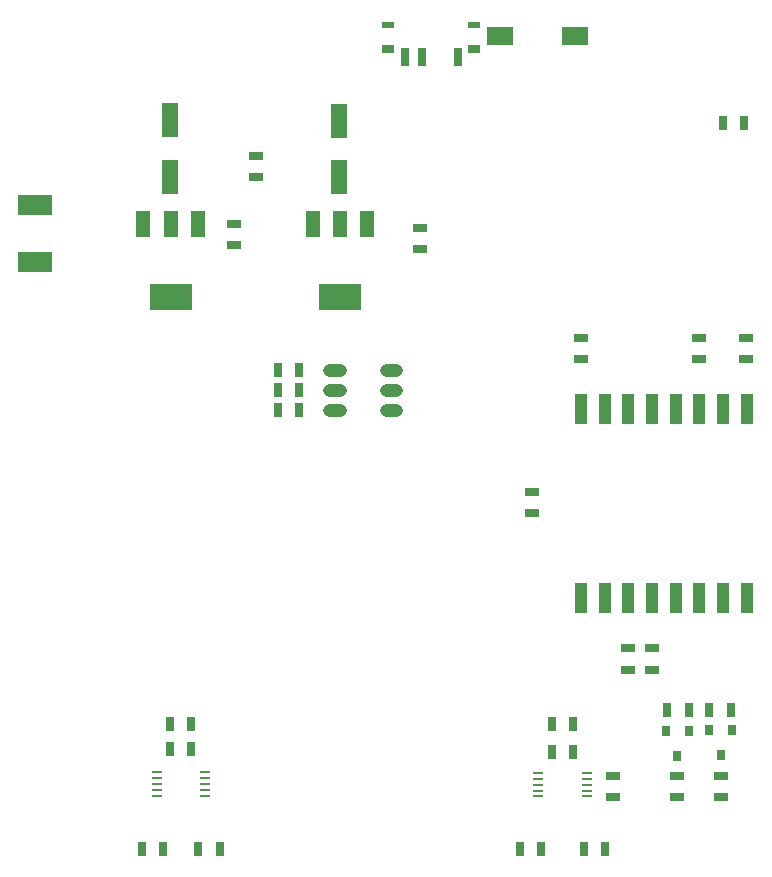
<source format=gbr>
G04 EAGLE Gerber RS-274X export*
G75*
%MOMM*%
%FSLAX34Y34*%
%LPD*%
%INSolderpaste Top*%
%IPPOS*%
%AMOC8*
5,1,8,0,0,1.08239X$1,22.5*%
G01*
%ADD10R,1.200000X0.800000*%
%ADD11R,1.100000X2.600000*%
%ADD12R,1.219200X2.235200*%
%ADD13R,3.600000X2.200000*%
%ADD14R,1.400000X3.000000*%
%ADD15R,0.875000X0.250000*%
%ADD16R,0.800000X0.900000*%
%ADD17R,0.800000X1.200000*%
%ADD18R,0.700000X1.500000*%
%ADD19R,1.000000X0.600000*%
%ADD20R,1.000000X0.800000*%
%ADD21R,2.300000X1.600000*%
%ADD22C,1.100000*%
%ADD23R,2.895600X1.676400*%


D10*
X-143100Y574800D03*
X-143100Y556800D03*
X-183300Y574900D03*
X-183300Y556900D03*
D11*
X-283000Y514600D03*
X-263000Y514600D03*
X-243000Y514600D03*
X-223000Y514600D03*
X-203000Y514600D03*
X-183000Y514600D03*
X-163000Y514600D03*
X-143000Y514600D03*
X-283000Y354600D03*
X-263000Y354600D03*
X-243000Y354600D03*
X-223000Y354600D03*
X-203000Y354600D03*
X-183000Y354600D03*
X-163000Y354600D03*
X-143000Y354600D03*
D12*
X-607486Y670988D03*
X-630600Y670988D03*
X-653714Y670988D03*
D13*
X-630600Y609010D03*
D10*
X-324300Y426400D03*
X-324300Y444400D03*
X-283000Y575000D03*
X-283000Y557000D03*
X-577000Y671000D03*
X-577000Y653000D03*
D14*
X-487800Y758800D03*
X-487800Y710800D03*
D15*
X-277875Y186500D03*
X-277875Y191500D03*
X-277875Y196500D03*
X-277875Y201500D03*
X-277875Y206500D03*
X-319125Y206500D03*
X-319125Y201500D03*
X-319125Y196500D03*
X-319125Y191500D03*
X-319125Y186500D03*
D16*
X-155500Y242500D03*
X-174500Y242500D03*
X-165000Y221500D03*
D17*
X-156500Y260000D03*
X-174500Y260000D03*
D10*
X-165000Y186000D03*
X-165000Y204000D03*
D16*
X-192000Y242000D03*
X-211000Y242000D03*
X-201500Y221000D03*
D10*
X-201500Y186000D03*
X-201500Y204000D03*
D17*
X-192000Y260000D03*
X-210000Y260000D03*
D15*
X-601075Y187100D03*
X-601075Y192100D03*
X-601075Y197100D03*
X-601075Y202100D03*
X-601075Y207100D03*
X-642325Y207100D03*
X-642325Y202100D03*
X-642325Y197100D03*
X-642325Y192100D03*
X-642325Y187100D03*
D12*
X-464186Y671188D03*
X-487300Y671188D03*
X-510414Y671188D03*
D13*
X-487300Y609210D03*
D10*
X-419100Y667800D03*
X-419100Y649800D03*
D17*
X-613500Y227000D03*
X-631500Y227000D03*
X-289500Y224500D03*
X-307500Y224500D03*
D10*
X-558500Y711000D03*
X-558500Y729000D03*
D14*
X-631000Y759000D03*
X-631000Y711000D03*
D17*
X-613500Y248000D03*
X-631500Y248000D03*
X-289500Y248000D03*
X-307500Y248000D03*
D10*
X-256000Y204000D03*
X-256000Y186000D03*
D17*
X-589000Y142000D03*
X-607000Y142000D03*
X-263000Y142000D03*
X-281000Y142000D03*
X-317000Y142000D03*
X-335000Y142000D03*
X-637000Y142000D03*
X-655000Y142000D03*
D18*
X-432500Y812500D03*
X-417500Y812500D03*
X-387500Y812500D03*
D19*
X-446500Y840000D03*
D20*
X-446500Y819000D03*
D19*
X-373500Y840000D03*
D20*
X-373500Y819000D03*
D21*
X-351500Y830000D03*
X-288500Y830000D03*
D10*
X-223000Y294000D03*
X-223000Y312000D03*
X-243000Y294000D03*
X-243000Y312000D03*
D17*
X-163000Y757000D03*
X-145000Y757000D03*
D22*
X-487500Y548000D02*
X-496500Y548000D01*
X-496500Y531000D02*
X-487500Y531000D01*
X-487500Y514000D02*
X-496500Y514000D01*
X-448500Y514000D02*
X-439500Y514000D01*
X-439500Y531000D02*
X-448500Y531000D01*
X-448500Y548000D02*
X-439500Y548000D01*
D17*
X-540000Y514000D03*
X-522000Y514000D03*
X-540000Y548000D03*
X-522000Y548000D03*
X-540000Y531000D03*
X-522000Y531000D03*
D23*
X-745000Y686876D03*
X-745000Y639124D03*
M02*

</source>
